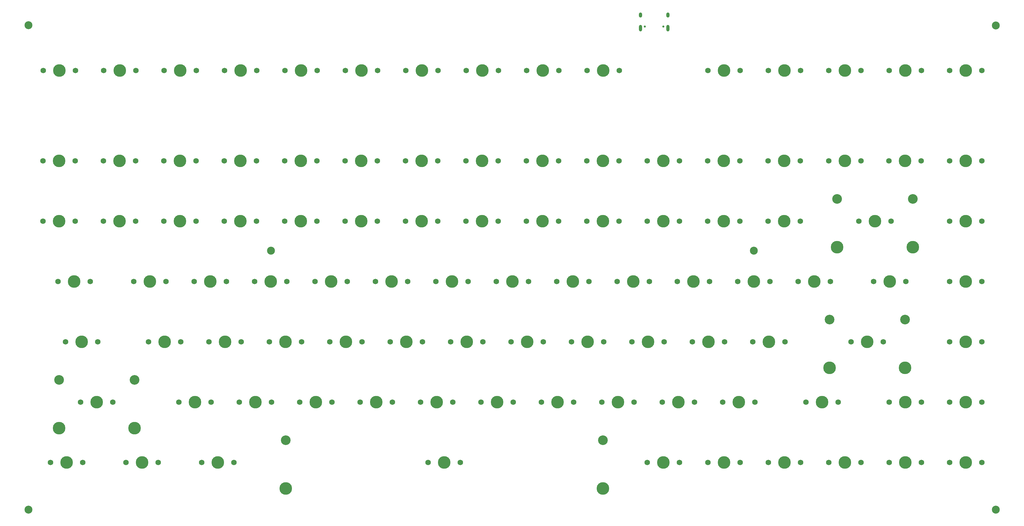
<source format=gts>
G04 #@! TF.GenerationSoftware,KiCad,Pcbnew,(5.1.9)-1*
G04 #@! TF.CreationDate,2021-04-20T15:34:40+09:00*
G04 #@! TF.ProjectId,JupiterAdvanced,4a757069-7465-4724-9164-76616e636564,1*
G04 #@! TF.SameCoordinates,Original*
G04 #@! TF.FileFunction,Soldermask,Top*
G04 #@! TF.FilePolarity,Negative*
%FSLAX46Y46*%
G04 Gerber Fmt 4.6, Leading zero omitted, Abs format (unit mm)*
G04 Created by KiCad (PCBNEW (5.1.9)-1) date 2021-04-20 15:34:40*
%MOMM*%
%LPD*%
G01*
G04 APERTURE LIST*
%ADD10C,2.500000*%
%ADD11C,3.987800*%
%ADD12C,1.750000*%
%ADD13C,0.650000*%
%ADD14O,1.000000X2.100000*%
%ADD15O,1.000000X1.600000*%
%ADD16C,3.048000*%
G04 APERTURE END LIST*
D10*
X294020000Y-157761000D03*
X141778000Y-157761000D03*
X65325000Y-239475000D03*
X370325000Y-239475000D03*
X370325000Y-86618000D03*
X65325000Y-86518000D03*
D11*
X336889320Y-167449620D03*
D12*
X331809320Y-167449620D03*
X341969320Y-167449620D03*
D11*
X360816120Y-100798820D03*
D12*
X355736120Y-100798820D03*
X365896120Y-100798820D03*
D13*
X265490240Y-86945980D03*
X259710240Y-86945980D03*
D14*
X258280240Y-87475980D03*
X266920240Y-87475980D03*
D15*
X258280240Y-83295980D03*
X266920240Y-83295980D03*
D11*
X75002620Y-148386920D03*
D12*
X69922620Y-148386920D03*
X80082620Y-148386920D03*
D11*
X79765120Y-167449620D03*
D12*
X74685120Y-167449620D03*
X84845120Y-167449620D03*
D11*
X196465647Y-224609227D03*
D12*
X191385647Y-224609227D03*
X201545647Y-224609227D03*
D16*
X146465747Y-217624227D03*
X246465547Y-217624227D03*
D11*
X146465747Y-232864227D03*
X246465547Y-232864227D03*
X315566020Y-205549620D03*
D12*
X310486020Y-205549620D03*
X320646020Y-205549620D03*
D11*
X303691520Y-224599620D03*
D12*
X298611520Y-224599620D03*
X308771520Y-224599620D03*
D11*
X313089520Y-167449620D03*
D12*
X308009520Y-167449620D03*
X318169520Y-167449620D03*
D11*
X265520380Y-224599620D03*
D12*
X260440380Y-224599620D03*
X270600380Y-224599620D03*
D11*
X298814720Y-186499620D03*
D12*
X293734720Y-186499620D03*
X303894720Y-186499620D03*
D11*
X289340520Y-205549620D03*
D12*
X284260520Y-205549620D03*
X294420520Y-205549620D03*
D11*
X322741520Y-129349620D03*
D12*
X317661520Y-129349620D03*
X327821520Y-129349620D03*
D11*
X303640720Y-148399620D03*
D12*
X298560720Y-148399620D03*
X308720720Y-148399620D03*
D11*
X360841520Y-167449620D03*
D12*
X355761520Y-167449620D03*
X365921520Y-167449620D03*
D11*
X360841520Y-186499620D03*
D12*
X355761520Y-186499620D03*
X365921520Y-186499620D03*
D11*
X341740720Y-129349620D03*
D12*
X336660720Y-129349620D03*
X346820720Y-129349620D03*
D11*
X117890520Y-205549620D03*
D12*
X112810520Y-205549620D03*
X122970520Y-205549620D03*
D11*
X198840320Y-167449620D03*
D12*
X193760320Y-167449620D03*
X203920320Y-167449620D03*
D11*
X136940520Y-205549620D03*
D12*
X131860520Y-205549620D03*
X142020520Y-205549620D03*
D11*
X122640320Y-167449620D03*
D12*
X117560320Y-167449620D03*
X127720320Y-167449620D03*
D11*
X175040520Y-205549620D03*
D12*
X169960520Y-205549620D03*
X180120520Y-205549620D03*
D11*
X217890320Y-167449620D03*
D12*
X212810320Y-167449620D03*
X222970320Y-167449620D03*
D11*
X179790320Y-167449620D03*
D12*
X174710320Y-167449620D03*
X184870320Y-167449620D03*
D11*
X341766120Y-100798820D03*
D12*
X336686120Y-100798820D03*
X346846120Y-100798820D03*
D11*
X322716120Y-100798820D03*
D12*
X317636120Y-100798820D03*
X327796120Y-100798820D03*
D11*
X303666120Y-100798820D03*
D12*
X298586120Y-100798820D03*
X308746120Y-100798820D03*
D11*
X284675320Y-100798820D03*
D12*
X279595320Y-100798820D03*
X289755320Y-100798820D03*
D11*
X246516120Y-100798820D03*
D12*
X241436120Y-100798820D03*
X251596120Y-100798820D03*
D11*
X227466120Y-100798820D03*
D12*
X222386120Y-100798820D03*
X232546120Y-100798820D03*
D11*
X208416120Y-100798820D03*
D12*
X203336120Y-100798820D03*
X213496120Y-100798820D03*
D11*
X189366120Y-100798820D03*
D12*
X184286120Y-100798820D03*
X194446120Y-100798820D03*
D11*
X170316120Y-100798820D03*
D12*
X165236120Y-100798820D03*
X175396120Y-100798820D03*
D11*
X151266120Y-100798820D03*
D12*
X146186120Y-100798820D03*
X156346120Y-100798820D03*
D11*
X132216120Y-100798820D03*
D12*
X127136120Y-100798820D03*
X137296120Y-100798820D03*
D11*
X113166120Y-100798820D03*
D12*
X108086120Y-100798820D03*
X118246120Y-100798820D03*
D11*
X94116120Y-100798820D03*
D12*
X89036120Y-100798820D03*
X99196120Y-100798820D03*
D11*
X75066120Y-100798820D03*
D12*
X69986120Y-100798820D03*
X80146120Y-100798820D03*
D11*
X127313920Y-186499620D03*
D12*
X122233920Y-186499620D03*
X132393920Y-186499620D03*
D11*
X160740320Y-167449620D03*
D12*
X155660320Y-167449620D03*
X165820320Y-167449620D03*
D11*
X103590320Y-167449620D03*
D12*
X98510320Y-167449620D03*
X108670320Y-167449620D03*
D11*
X274989520Y-167449620D03*
D12*
X269909520Y-167449620D03*
X280069520Y-167449620D03*
D11*
X255990320Y-167449620D03*
D12*
X250910320Y-167449620D03*
X261070320Y-167449620D03*
D11*
X213140520Y-205549620D03*
D12*
X208060520Y-205549620D03*
X218220520Y-205549620D03*
D11*
X232190520Y-205549620D03*
D12*
X227110520Y-205549620D03*
X237270520Y-205549620D03*
D11*
X260714720Y-186499620D03*
D12*
X255634720Y-186499620D03*
X265794720Y-186499620D03*
D11*
X241664720Y-186499620D03*
D12*
X236584720Y-186499620D03*
X246744720Y-186499620D03*
D11*
X222614720Y-186499620D03*
D12*
X217534720Y-186499620D03*
X227694720Y-186499620D03*
D11*
X236940320Y-167449620D03*
D12*
X231860320Y-167449620D03*
X242020320Y-167449620D03*
D11*
X203564720Y-186499620D03*
D12*
X198484720Y-186499620D03*
X208644720Y-186499620D03*
D11*
X184514720Y-186499620D03*
D12*
X179434720Y-186499620D03*
X189594720Y-186499620D03*
D11*
X284590720Y-129349620D03*
D12*
X279510720Y-129349620D03*
X289670720Y-129349620D03*
D11*
X165464720Y-186499620D03*
D12*
X160384720Y-186499620D03*
X170544720Y-186499620D03*
D11*
X141690320Y-167449620D03*
D12*
X136610320Y-167449620D03*
X146770320Y-167449620D03*
D11*
X146414720Y-186499620D03*
D12*
X141334720Y-186499620D03*
X151494720Y-186499620D03*
D11*
X155990520Y-205549620D03*
D12*
X150910520Y-205549620D03*
X161070520Y-205549620D03*
D11*
X194090520Y-205549620D03*
D12*
X189010520Y-205549620D03*
X199170520Y-205549620D03*
D11*
X108314720Y-186499620D03*
D12*
X103234720Y-186499620D03*
X113394720Y-186499620D03*
D11*
X246490720Y-148399620D03*
D12*
X241410720Y-148399620D03*
X251570720Y-148399620D03*
D11*
X227440720Y-148399620D03*
D12*
X222360720Y-148399620D03*
X232520720Y-148399620D03*
D11*
X208390720Y-148399620D03*
D12*
X203310720Y-148399620D03*
X213470720Y-148399620D03*
D11*
X189340720Y-148399620D03*
D12*
X184260720Y-148399620D03*
X194420720Y-148399620D03*
D11*
X170290720Y-148399620D03*
D12*
X165210720Y-148399620D03*
X175370720Y-148399620D03*
D11*
X151240720Y-148399620D03*
D12*
X146160720Y-148399620D03*
X156320720Y-148399620D03*
D11*
X132190720Y-148399620D03*
D12*
X127110720Y-148399620D03*
X137270720Y-148399620D03*
D11*
X113140720Y-148399620D03*
D12*
X108060720Y-148399620D03*
X118220720Y-148399620D03*
D11*
X94039920Y-148399620D03*
D12*
X88959920Y-148399620D03*
X99119920Y-148399620D03*
D11*
X265540720Y-148399620D03*
D12*
X260460720Y-148399620D03*
X270620720Y-148399620D03*
D11*
X251240520Y-205549620D03*
D12*
X246160520Y-205549620D03*
X256320520Y-205549620D03*
D11*
X86902520Y-205549620D03*
D12*
X81822520Y-205549620D03*
X91982520Y-205549620D03*
D16*
X74996270Y-198564620D03*
X98808770Y-198564620D03*
D11*
X74996270Y-213804620D03*
X98808770Y-213804620D03*
X101209524Y-224599620D03*
D12*
X96129524Y-224599620D03*
X106289524Y-224599620D03*
D11*
X77377520Y-224599620D03*
D12*
X72297520Y-224599620D03*
X82457520Y-224599620D03*
D11*
X294039520Y-167449620D03*
D12*
X288959520Y-167449620D03*
X299119520Y-167449620D03*
D11*
X125017128Y-224609227D03*
D12*
X119937128Y-224609227D03*
X130097128Y-224609227D03*
D11*
X284590720Y-148399620D03*
D12*
X279510720Y-148399620D03*
X289670720Y-148399620D03*
D11*
X360841520Y-148399620D03*
D12*
X355761520Y-148399620D03*
X365921520Y-148399620D03*
X275370520Y-205549620D03*
X265210520Y-205549620D03*
D11*
X270290520Y-205549620D03*
X284641520Y-224599620D03*
D12*
X279561520Y-224599620D03*
X289721520Y-224599620D03*
D11*
X303640720Y-129349620D03*
D12*
X298560720Y-129349620D03*
X308720720Y-129349620D03*
D11*
X265540720Y-129349620D03*
D12*
X260460720Y-129349620D03*
X270620720Y-129349620D03*
D11*
X246490720Y-129349620D03*
D12*
X241410720Y-129349620D03*
X251570720Y-129349620D03*
D11*
X227440720Y-129349620D03*
D12*
X222360720Y-129349620D03*
X232520720Y-129349620D03*
D11*
X208390720Y-129349620D03*
D12*
X203310720Y-129349620D03*
X213470720Y-129349620D03*
D11*
X189340720Y-129349620D03*
D12*
X184260720Y-129349620D03*
X194420720Y-129349620D03*
D11*
X170290720Y-129349620D03*
D12*
X165210720Y-129349620D03*
X175370720Y-129349620D03*
D11*
X151240720Y-129349620D03*
D12*
X146160720Y-129349620D03*
X156320720Y-129349620D03*
D11*
X132190720Y-129349620D03*
D12*
X127110720Y-129349620D03*
X137270720Y-129349620D03*
D11*
X113089920Y-129349620D03*
D12*
X108009920Y-129349620D03*
X118169920Y-129349620D03*
D11*
X94039920Y-129349620D03*
D12*
X88959920Y-129349620D03*
X99119920Y-129349620D03*
D11*
X74989920Y-129349620D03*
D12*
X69909920Y-129349620D03*
X80069920Y-129349620D03*
D11*
X329802720Y-186499620D03*
D12*
X324722720Y-186499620D03*
X334882720Y-186499620D03*
D16*
X317896470Y-179514620D03*
X341708970Y-179514620D03*
D11*
X317896470Y-194754620D03*
X341708970Y-194754620D03*
X360841520Y-205549620D03*
D12*
X355761520Y-205549620D03*
X365921520Y-205549620D03*
D11*
X360841520Y-129349620D03*
D12*
X355761520Y-129349620D03*
X365921520Y-129349620D03*
D11*
X82140020Y-186499620D03*
D12*
X77060020Y-186499620D03*
X87220020Y-186499620D03*
D11*
X279764720Y-186499620D03*
D12*
X274684720Y-186499620D03*
X284844720Y-186499620D03*
D11*
X332241120Y-148399620D03*
D12*
X327161120Y-148399620D03*
X337321120Y-148399620D03*
D16*
X320334870Y-141414620D03*
X344147370Y-141414620D03*
D11*
X320334870Y-156654620D03*
X344147370Y-156654620D03*
X341791520Y-205549620D03*
D12*
X336711520Y-205549620D03*
X346871520Y-205549620D03*
D11*
X360841520Y-224599620D03*
D12*
X355761520Y-224599620D03*
X365921520Y-224599620D03*
D11*
X322741520Y-224599620D03*
D12*
X317661520Y-224599620D03*
X327821520Y-224599620D03*
D11*
X341791520Y-224599620D03*
D12*
X336711520Y-224599620D03*
X346871520Y-224599620D03*
M02*

</source>
